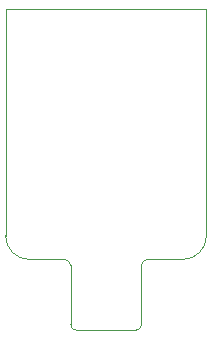
<source format=gbr>
%TF.GenerationSoftware,KiCad,Pcbnew,8.0.6-8.0.6-0~ubuntu22.04.1*%
%TF.CreationDate,2024-11-07T17:30:12-08:00*%
%TF.ProjectId,gbvideo_breakout,67627669-6465-46f5-9f62-7265616b6f75,rev?*%
%TF.SameCoordinates,Original*%
%TF.FileFunction,Profile,NP*%
%FSLAX46Y46*%
G04 Gerber Fmt 4.6, Leading zero omitted, Abs format (unit mm)*
G04 Created by KiCad (PCBNEW 8.0.6-8.0.6-0~ubuntu22.04.1) date 2024-11-07 17:30:12*
%MOMM*%
%LPD*%
G01*
G04 APERTURE LIST*
%TA.AperFunction,Profile*%
%ADD10C,0.100000*%
%TD*%
G04 APERTURE END LIST*
D10*
X152574358Y-85122358D02*
G75*
G02*
X150574358Y-87121958I-1999958J358D01*
G01*
X137574358Y-87122000D02*
G75*
G02*
X135574400Y-85121642I42J2000000D01*
G01*
X135577800Y-65887600D02*
X152577800Y-65887600D01*
X135574358Y-85121642D02*
X135577800Y-65887600D01*
X152574358Y-85122358D02*
X152577800Y-65887600D01*
X137574358Y-87122000D02*
X140574000Y-87122000D01*
X147574000Y-87122000D02*
X150574358Y-87122000D01*
X141574000Y-93122000D02*
G75*
G02*
X141074000Y-92622000I0J500000D01*
G01*
X141574000Y-93122000D02*
X146574000Y-93122000D01*
X140574000Y-87122000D02*
G75*
G02*
X141074000Y-87622000I0J-500000D01*
G01*
X147074000Y-92622000D02*
X147074000Y-87622000D01*
X147074000Y-92622000D02*
G75*
G02*
X146574000Y-93122000I-500000J0D01*
G01*
X141074000Y-92622000D02*
X141074000Y-87622000D01*
X147074000Y-87622000D02*
G75*
G02*
X147574000Y-87122000I500000J0D01*
G01*
M02*

</source>
